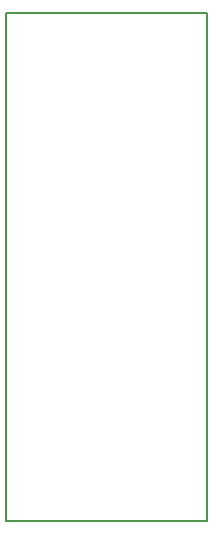
<source format=gbr>
G04 #@! TF.GenerationSoftware,KiCad,Pcbnew,(5.0.0)*
G04 #@! TF.CreationDate,2018-10-13T10:57:01-04:00*
G04 #@! TF.ProjectId,SecondPort_m3_usb,5365636F6E64506F72745F6D335F7573,1*
G04 #@! TF.SameCoordinates,Original*
G04 #@! TF.FileFunction,Profile,NP*
%FSLAX46Y46*%
G04 Gerber Fmt 4.6, Leading zero omitted, Abs format (unit mm)*
G04 Created by KiCad (PCBNEW (5.0.0)) date 10/13/18 10:57:01*
%MOMM*%
%LPD*%
G01*
G04 APERTURE LIST*
%ADD10C,0.150000*%
G04 APERTURE END LIST*
D10*
X102750000Y-142500000D02*
X102750000Y-142250000D01*
X119750000Y-142500000D02*
X119750000Y-142250000D01*
X119750000Y-99500000D02*
X105750000Y-99500000D01*
X119750000Y-142250000D02*
X119750000Y-140500000D01*
X102750000Y-142500000D02*
X119750000Y-142500000D01*
X102750000Y-140500000D02*
X102750000Y-142250000D01*
X119750000Y-140500000D02*
X119750000Y-99500000D01*
X102750000Y-99500000D02*
X102750000Y-140500000D01*
X105750000Y-99500000D02*
X102750000Y-99500000D01*
M02*

</source>
